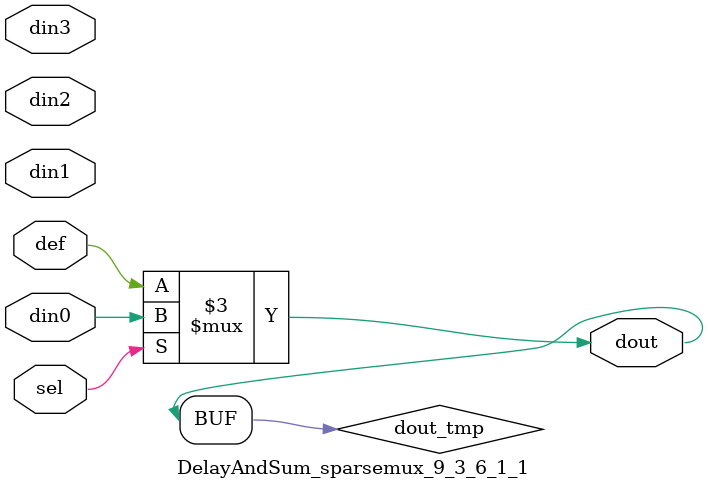
<source format=v>
`timescale 1ns / 1ps

module DelayAndSum_sparsemux_9_3_6_1_1 (din0,din1,din2,din3,def,sel,dout);

parameter din0_WIDTH = 1;

parameter din1_WIDTH = 1;

parameter din2_WIDTH = 1;

parameter din3_WIDTH = 1;

parameter def_WIDTH = 1;
parameter sel_WIDTH = 1;
parameter dout_WIDTH = 1;

parameter [sel_WIDTH-1:0] CASE0 = 1;

parameter [sel_WIDTH-1:0] CASE1 = 1;

parameter [sel_WIDTH-1:0] CASE2 = 1;

parameter [sel_WIDTH-1:0] CASE3 = 1;

parameter ID = 1;
parameter NUM_STAGE = 1;



input [din0_WIDTH-1:0] din0;

input [din1_WIDTH-1:0] din1;

input [din2_WIDTH-1:0] din2;

input [din3_WIDTH-1:0] din3;

input [def_WIDTH-1:0] def;
input [sel_WIDTH-1:0] sel;

output [dout_WIDTH-1:0] dout;



reg [dout_WIDTH-1:0] dout_tmp;


always @ (*) begin
(* parallel_case *) case (sel)
    
    CASE0 : dout_tmp = din0;
    
    CASE1 : dout_tmp = din1;
    
    CASE2 : dout_tmp = din2;
    
    CASE3 : dout_tmp = din3;
    
    default : dout_tmp = def;
endcase
end


assign dout = dout_tmp;



endmodule

</source>
